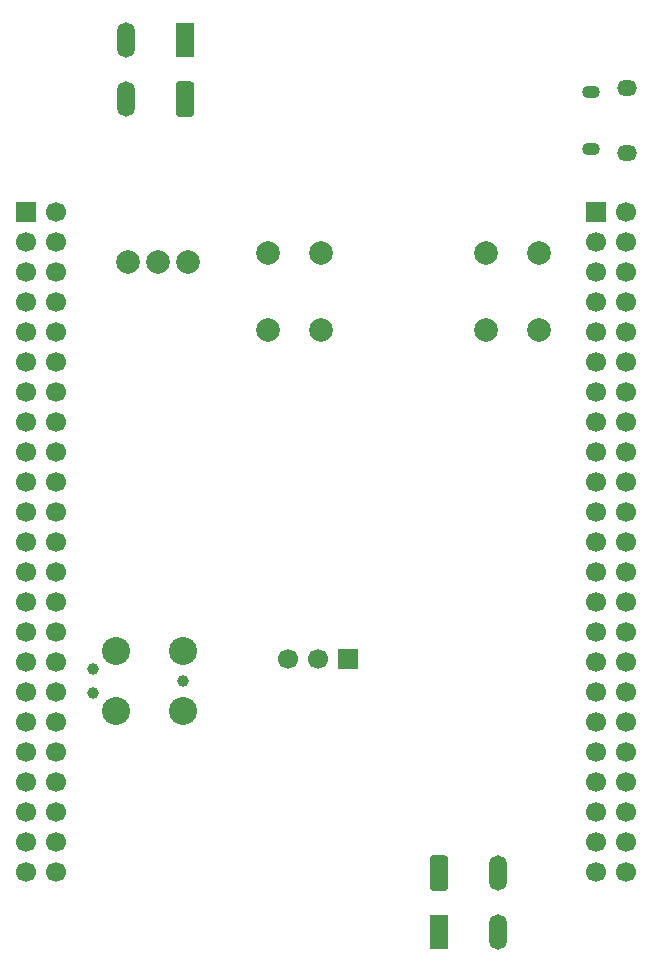
<source format=gbr>
%TF.GenerationSoftware,KiCad,Pcbnew,9.0.1+1*%
%TF.CreationDate,2025-11-20T15:33:45+00:00*%
%TF.ProjectId,com4bbb,636f6d34-6262-4622-9e6b-696361645f70,rev?*%
%TF.SameCoordinates,Original*%
%TF.FileFunction,Soldermask,Bot*%
%TF.FilePolarity,Negative*%
%FSLAX46Y46*%
G04 Gerber Fmt 4.6, Leading zero omitted, Abs format (unit mm)*
G04 Created by KiCad (PCBNEW 9.0.1+1) date 2025-11-20 15:33:45*
%MOMM*%
%LPD*%
G01*
G04 APERTURE LIST*
G04 Aperture macros list*
%AMRoundRect*
0 Rectangle with rounded corners*
0 $1 Rounding radius*
0 $2 $3 $4 $5 $6 $7 $8 $9 X,Y pos of 4 corners*
0 Add a 4 corners polygon primitive as box body*
4,1,4,$2,$3,$4,$5,$6,$7,$8,$9,$2,$3,0*
0 Add four circle primitives for the rounded corners*
1,1,$1+$1,$2,$3*
1,1,$1+$1,$4,$5*
1,1,$1+$1,$6,$7*
1,1,$1+$1,$8,$9*
0 Add four rect primitives between the rounded corners*
20,1,$1+$1,$2,$3,$4,$5,0*
20,1,$1+$1,$4,$5,$6,$7,0*
20,1,$1+$1,$6,$7,$8,$9,0*
20,1,$1+$1,$8,$9,$2,$3,0*%
G04 Aperture macros list end*
%ADD10R,1.700000X1.700000*%
%ADD11C,1.700000*%
%ADD12RoundRect,0.250001X-0.499999X-1.249999X0.499999X-1.249999X0.499999X1.249999X-0.499999X1.249999X0*%
%ADD13R,1.500000X3.000000*%
%ADD14O,1.500000X3.000000*%
%ADD15C,2.000000*%
%ADD16RoundRect,0.250001X0.499999X1.249999X-0.499999X1.249999X-0.499999X-1.249999X0.499999X-1.249999X0*%
%ADD17C,2.374900*%
%ADD18C,0.990600*%
%ADD19O,1.700000X1.350000*%
%ADD20O,1.500000X1.100000*%
G04 APERTURE END LIST*
D10*
%TO.C,P8*%
X164630100Y-62382400D03*
D11*
X167170100Y-62382400D03*
X164630100Y-64922400D03*
X167170100Y-64922400D03*
X164630100Y-67462400D03*
X167170100Y-67462400D03*
X164630100Y-70002400D03*
X167170100Y-70002400D03*
X164630100Y-72542400D03*
X167170100Y-72542400D03*
X164630100Y-75082400D03*
X167170100Y-75082400D03*
X164630100Y-77622400D03*
X167170100Y-77622400D03*
X164630100Y-80162400D03*
X167170100Y-80162400D03*
X164630100Y-82702400D03*
X167170100Y-82702400D03*
X164630100Y-85242400D03*
X167170100Y-85242400D03*
X164630100Y-87782400D03*
X167170100Y-87782400D03*
X164630100Y-90322400D03*
X167170100Y-90322400D03*
X164630100Y-92862400D03*
X167170100Y-92862400D03*
X164630100Y-95402400D03*
X167170100Y-95402400D03*
X164630100Y-97942400D03*
X167170100Y-97942400D03*
X164630100Y-100482400D03*
X167170100Y-100482400D03*
X164630100Y-103022400D03*
X167170100Y-103022400D03*
X164630100Y-105562400D03*
X167170100Y-105562400D03*
X164630100Y-108102400D03*
X167170100Y-108102400D03*
X164630100Y-110642400D03*
X167170100Y-110642400D03*
X164630100Y-113182400D03*
X167170100Y-113182400D03*
X164630100Y-115722400D03*
X167170100Y-115722400D03*
X164630100Y-118262400D03*
X167170100Y-118262400D03*
%TD*%
D10*
%TO.C,P9*%
X116370100Y-62382400D03*
D11*
X118910100Y-62382400D03*
X116370100Y-64922400D03*
X118910100Y-64922400D03*
X116370100Y-67462400D03*
X118910100Y-67462400D03*
X116370100Y-70002400D03*
X118910100Y-70002400D03*
X116370100Y-72542400D03*
X118910100Y-72542400D03*
X116370100Y-75082400D03*
X118910100Y-75082400D03*
X116370100Y-77622400D03*
X118910100Y-77622400D03*
X116370100Y-80162400D03*
X118910100Y-80162400D03*
X116370100Y-82702400D03*
X118910100Y-82702400D03*
X116370100Y-85242400D03*
X118910100Y-85242400D03*
X116370100Y-87782400D03*
X118910100Y-87782400D03*
X116370100Y-90322400D03*
X118910100Y-90322400D03*
X116370100Y-92862400D03*
X118910100Y-92862400D03*
X116370100Y-95402400D03*
X118910100Y-95402400D03*
X116370100Y-97942400D03*
X118910100Y-97942400D03*
X116370100Y-100482400D03*
X118910100Y-100482400D03*
X116370100Y-103022400D03*
X118910100Y-103022400D03*
X116370100Y-105562400D03*
X118910100Y-105562400D03*
X116370100Y-108102400D03*
X118910100Y-108102400D03*
X116370100Y-110642400D03*
X118910100Y-110642400D03*
X116370100Y-113182400D03*
X118910100Y-113182400D03*
X116370100Y-115722400D03*
X118910100Y-115722400D03*
X116370100Y-118262400D03*
X118910100Y-118262400D03*
%TD*%
D12*
%TO.C,J101*%
X151370100Y-118382400D03*
D13*
X151370100Y-123382400D03*
D14*
X156370100Y-118382400D03*
X156370100Y-123382400D03*
%TD*%
D15*
%TO.C,SW101*%
X155370100Y-72382400D03*
X155370100Y-65882400D03*
X159870100Y-72382400D03*
X159870100Y-65882400D03*
%TD*%
%TO.C,SW102*%
X136870100Y-72382400D03*
X136870100Y-65882400D03*
X141370100Y-72382400D03*
X141370100Y-65882400D03*
%TD*%
D16*
%TO.C,J102*%
X129870100Y-52882400D03*
D13*
X129870100Y-47882400D03*
D14*
X124870100Y-52882400D03*
X124870100Y-47882400D03*
%TD*%
D15*
%TO.C,U102*%
X130160100Y-66632400D03*
X127620100Y-66632400D03*
X125080100Y-66632400D03*
%TD*%
D17*
%TO.C,J202*%
X129740100Y-104688400D03*
D18*
X129740100Y-102148400D03*
D17*
X129740100Y-99608400D03*
X124025100Y-104688400D03*
X124025100Y-99608400D03*
D18*
X122120100Y-103164400D03*
X122120100Y-101132400D03*
%TD*%
D19*
%TO.C,J201*%
X167250100Y-57412400D03*
D20*
X164250100Y-57102400D03*
X164250100Y-52262400D03*
D19*
X167250100Y-51952400D03*
%TD*%
D10*
%TO.C,JP203*%
X143670100Y-100282400D03*
D11*
X141130100Y-100282400D03*
X138590100Y-100282400D03*
%TD*%
M02*

</source>
